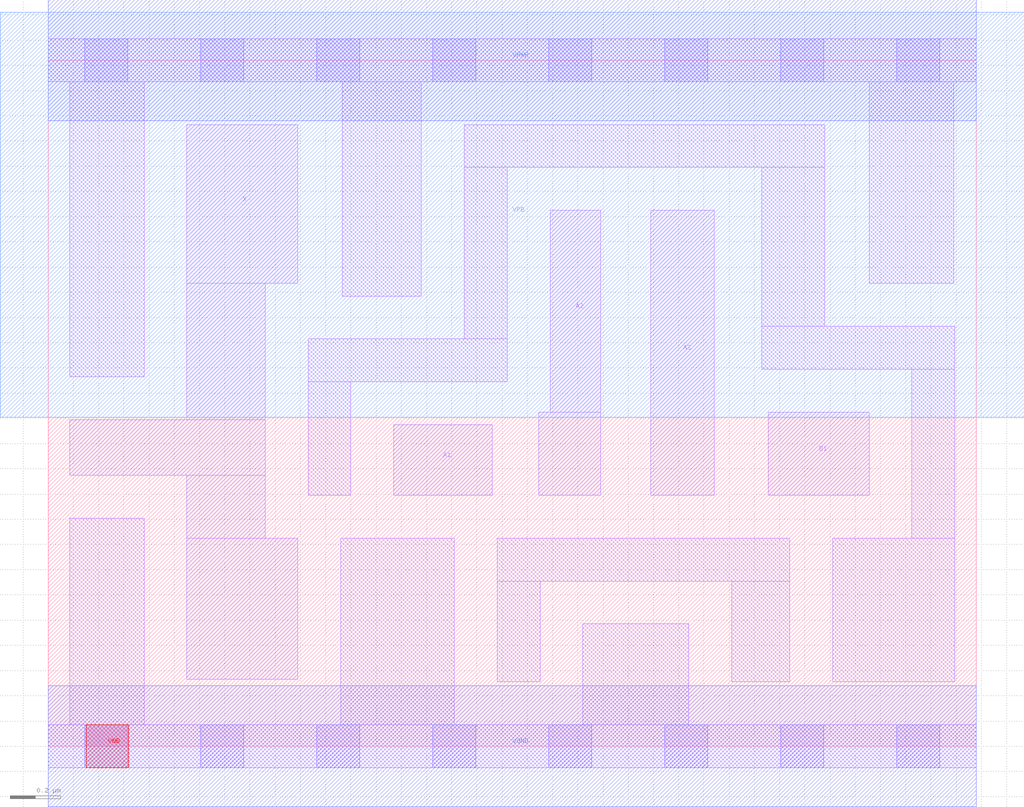
<source format=lef>
# Copyright 2020 The SkyWater PDK Authors
#
# Licensed under the Apache License, Version 2.0 (the "License");
# you may not use this file except in compliance with the License.
# You may obtain a copy of the License at
#
#     https://www.apache.org/licenses/LICENSE-2.0
#
# Unless required by applicable law or agreed to in writing, software
# distributed under the License is distributed on an "AS IS" BASIS,
# WITHOUT WARRANTIES OR CONDITIONS OF ANY KIND, either express or implied.
# See the License for the specific language governing permissions and
# limitations under the License.
#
# SPDX-License-Identifier: Apache-2.0

VERSION 5.7 ;
  NOWIREEXTENSIONATPIN ON ;
  DIVIDERCHAR "/" ;
  BUSBITCHARS "[]" ;
MACRO sky130_fd_sc_hd__o31a_2
  CLASS CORE ;
  FOREIGN sky130_fd_sc_hd__o31a_2 ;
  ORIGIN  0.000000  0.000000 ;
  SIZE  3.680000 BY  2.720000 ;
  SYMMETRY X Y R90 ;
  SITE unithd ;
  PIN A1
    ANTENNAGATEAREA  0.247500 ;
    DIRECTION INPUT ;
    USE SIGNAL ;
    PORT
      LAYER li1 ;
        RECT 1.370000 0.995000 1.760000 1.275000 ;
    END
  END A1
  PIN A2
    ANTENNAGATEAREA  0.247500 ;
    DIRECTION INPUT ;
    USE SIGNAL ;
    PORT
      LAYER li1 ;
        RECT 1.945000 0.995000 2.190000 1.325000 ;
        RECT 1.990000 1.325000 2.190000 2.125000 ;
    END
  END A2
  PIN A3
    ANTENNAGATEAREA  0.247500 ;
    DIRECTION INPUT ;
    USE SIGNAL ;
    PORT
      LAYER li1 ;
        RECT 2.390000 0.995000 2.640000 2.125000 ;
    END
  END A3
  PIN B1
    ANTENNAGATEAREA  0.247500 ;
    DIRECTION INPUT ;
    USE SIGNAL ;
    PORT
      LAYER li1 ;
        RECT 2.855000 0.995000 3.255000 1.325000 ;
    END
  END B1
  PIN VNB
    PORT
      LAYER pwell ;
        RECT 0.150000 -0.085000 0.320000 0.085000 ;
    END
  END VNB
  PIN VPB
    PORT
      LAYER nwell ;
        RECT -0.190000 1.305000 3.870000 2.910000 ;
    END
  END VPB
  PIN X
    ANTENNADIFFAREA  0.577500 ;
    DIRECTION OUTPUT ;
    USE SIGNAL ;
    PORT
      LAYER li1 ;
        RECT 0.085000 1.075000 0.860000 1.295000 ;
        RECT 0.550000 0.265000 0.990000 0.825000 ;
        RECT 0.550000 0.825000 0.860000 1.075000 ;
        RECT 0.550000 1.295000 0.860000 1.835000 ;
        RECT 0.550000 1.835000 0.990000 2.465000 ;
    END
  END X
  PIN VGND
    DIRECTION INOUT ;
    SHAPE ABUTMENT ;
    USE GROUND ;
    PORT
      LAYER met1 ;
        RECT 0.000000 -0.240000 3.680000 0.240000 ;
    END
  END VGND
  PIN VPWR
    DIRECTION INOUT ;
    SHAPE ABUTMENT ;
    USE POWER ;
    PORT
      LAYER met1 ;
        RECT 0.000000 2.480000 3.680000 2.960000 ;
    END
  END VPWR
  OBS
    LAYER li1 ;
      RECT 0.000000 -0.085000 3.680000 0.085000 ;
      RECT 0.000000  2.635000 3.680000 2.805000 ;
      RECT 0.085000  0.085000 0.380000 0.905000 ;
      RECT 0.085000  1.465000 0.380000 2.635000 ;
      RECT 1.030000  0.995000 1.200000 1.445000 ;
      RECT 1.030000  1.445000 1.820000 1.615000 ;
      RECT 1.160000  0.085000 1.610000 0.825000 ;
      RECT 1.165000  1.785000 1.480000 2.635000 ;
      RECT 1.650000  1.615000 1.820000 2.295000 ;
      RECT 1.650000  2.295000 3.080000 2.465000 ;
      RECT 1.780000  0.255000 1.950000 0.655000 ;
      RECT 1.780000  0.655000 2.940000 0.825000 ;
      RECT 2.120000  0.085000 2.540000 0.485000 ;
      RECT 2.710000  0.255000 2.940000 0.655000 ;
      RECT 2.830000  1.495000 3.595000 1.665000 ;
      RECT 2.830000  1.665000 3.080000 2.295000 ;
      RECT 3.110000  0.255000 3.595000 0.825000 ;
      RECT 3.255000  1.835000 3.590000 2.635000 ;
      RECT 3.425000  0.825000 3.595000 1.495000 ;
    LAYER mcon ;
      RECT 0.145000 -0.085000 0.315000 0.085000 ;
      RECT 0.145000  2.635000 0.315000 2.805000 ;
      RECT 0.605000 -0.085000 0.775000 0.085000 ;
      RECT 0.605000  2.635000 0.775000 2.805000 ;
      RECT 1.065000 -0.085000 1.235000 0.085000 ;
      RECT 1.065000  2.635000 1.235000 2.805000 ;
      RECT 1.525000 -0.085000 1.695000 0.085000 ;
      RECT 1.525000  2.635000 1.695000 2.805000 ;
      RECT 1.985000 -0.085000 2.155000 0.085000 ;
      RECT 1.985000  2.635000 2.155000 2.805000 ;
      RECT 2.445000 -0.085000 2.615000 0.085000 ;
      RECT 2.445000  2.635000 2.615000 2.805000 ;
      RECT 2.905000 -0.085000 3.075000 0.085000 ;
      RECT 2.905000  2.635000 3.075000 2.805000 ;
      RECT 3.365000 -0.085000 3.535000 0.085000 ;
      RECT 3.365000  2.635000 3.535000 2.805000 ;
  END
END sky130_fd_sc_hd__o31a_2
END LIBRARY

</source>
